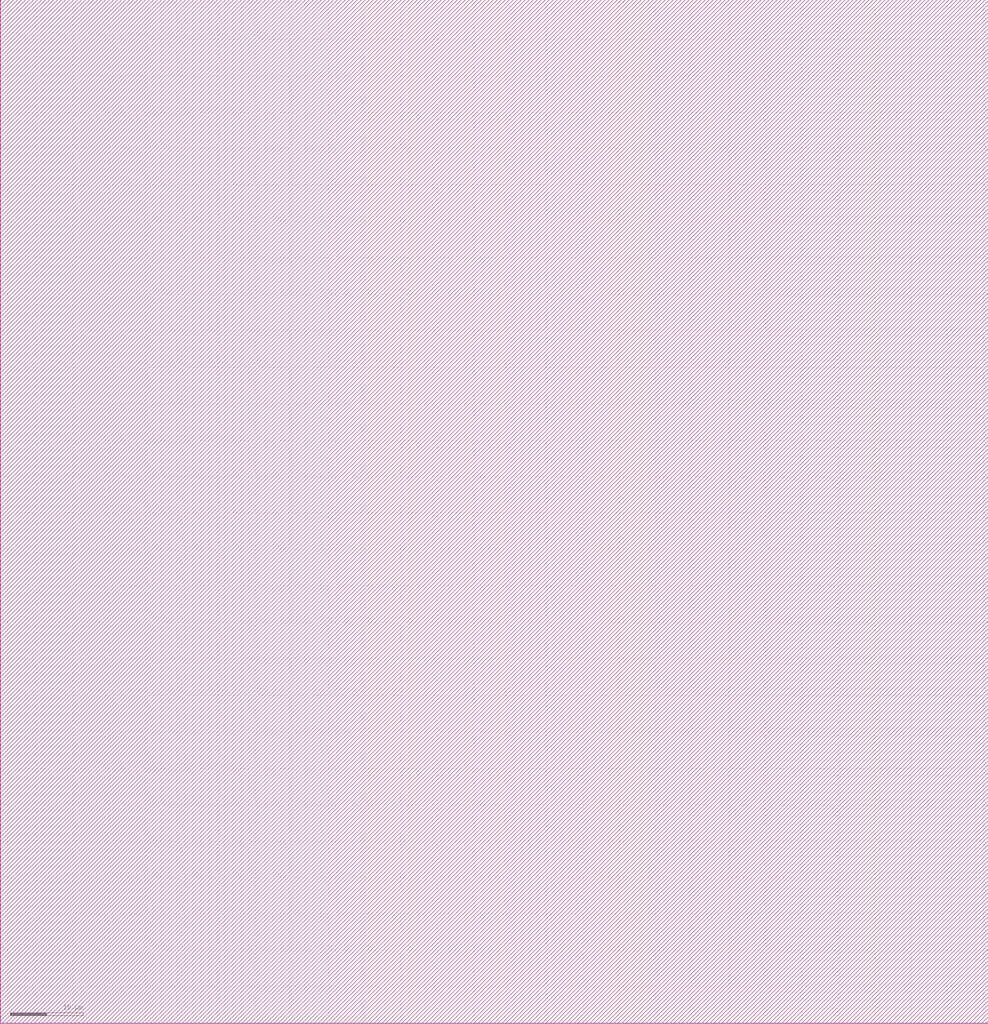
<source format=lef>
VERSION 5.6 ;

BUSBITCHARS "[]" ;

DIVIDERCHAR "/" ;

UNITS
    DATABASE MICRONS 1000 ;
END UNITS

MANUFACTURINGGRID 0.005000 ; 

CLEARANCEMEASURE EUCLIDEAN ; 

USEMINSPACING OBS ON ; 

SITE CoreSite
    CLASS CORE ;
    SIZE 0.600000 BY 0.300000 ;
END CoreSite

LAYER li
   TYPE ROUTING ;
   DIRECTION VERTICAL ;
   MINWIDTH 0.300000 ;
   AREA 0.056250 ;
   WIDTH 0.300000 ;
   SPACINGTABLE
      PARALLELRUNLENGTH 0.0
      WIDTH 0.0 0.225000 ;
   PITCH 0.600000 0.600000 ;
END li

LAYER mcon
    TYPE CUT ;
    SPACING 0.225000 ;
    WIDTH 0.300000 ;
    ENCLOSURE ABOVE 0.075000 0.075000 ;
    ENCLOSURE BELOW 0.000000 0.000000 ;
END mcon

LAYER met1
   TYPE ROUTING ;
   DIRECTION HORIZONTAL ;
   MINWIDTH 0.150000 ;
   AREA 0.084375 ;
   WIDTH 0.150000 ;
   SPACINGTABLE
      PARALLELRUNLENGTH 0.0
      WIDTH 0.0 0.150000 ;
   PITCH 0.300000 0.300000 ;
END met1

LAYER v1
    TYPE CUT ;
    SPACING 0.075000 ;
    WIDTH 0.300000 ;
    ENCLOSURE ABOVE 0.075000 0.075000 ;
    ENCLOSURE BELOW 0.075000 0.075000 ;
END v1

LAYER met2
   TYPE ROUTING ;
   DIRECTION VERTICAL ;
   MINWIDTH 0.150000 ;
   AREA 0.073125 ;
   WIDTH 0.150000 ;
   SPACINGTABLE
      PARALLELRUNLENGTH 0.0
      WIDTH 0.0 0.150000 ;
   PITCH 0.300000 0.300000 ;
END met2

LAYER v2
    TYPE CUT ;
    SPACING 0.150000 ;
    WIDTH 0.300000 ;
    ENCLOSURE ABOVE 0.075000 0.075000 ;
    ENCLOSURE BELOW 0.075000 0.000000 ;
END v2

LAYER met3
   TYPE ROUTING ;
   DIRECTION HORIZONTAL ;
   MINWIDTH 0.300000 ;
   AREA 0.241875 ;
   WIDTH 0.300000 ;
   SPACINGTABLE
      PARALLELRUNLENGTH 0.0
      WIDTH 0.0 0.300000 ;
   PITCH 0.600000 0.600000 ;
END met3

LAYER v3
    TYPE CUT ;
    SPACING 0.150000 ;
    WIDTH 0.450000 ;
    ENCLOSURE ABOVE 0.075000 0.075000 ;
    ENCLOSURE BELOW 0.075000 0.000000 ;
END v3

LAYER met4
   TYPE ROUTING ;
   DIRECTION VERTICAL ;
   MINWIDTH 0.300000 ;
   AREA 0.241875 ;
   WIDTH 0.300000 ;
   SPACINGTABLE
      PARALLELRUNLENGTH 0.0
      WIDTH 0.0 0.300000 ;
   PITCH 0.600000 0.600000 ;
END met4

LAYER v4
    TYPE CUT ;
    SPACING 0.450000 ;
    WIDTH 1.200000 ;
    ENCLOSURE ABOVE 0.150000 0.150000 ;
    ENCLOSURE BELOW 0.000000 0.000000 ;
END v4

LAYER met5
   TYPE ROUTING ;
   DIRECTION HORIZONTAL ;
   MINWIDTH 1.650000 ;
   AREA 4.005000 ;
   WIDTH 1.650000 ;
   SPACINGTABLE
      PARALLELRUNLENGTH 0.0
      WIDTH 0.0 1.650000 ;
   PITCH 3.300000 3.300000 ;
END met5

LAYER OVERLAP
   TYPE OVERLAP ;
END OVERLAP

VIA mcon_C DEFAULT
   LAYER li ;
     RECT -0.150000 -0.150000 0.150000 0.150000 ;
   LAYER mcon ;
     RECT -0.150000 -0.150000 0.150000 0.150000 ;
   LAYER met1 ;
     RECT -0.225000 -0.225000 0.225000 0.225000 ;
END mcon_C

VIA v1_C DEFAULT
   LAYER met1 ;
     RECT -0.225000 -0.225000 0.225000 0.225000 ;
   LAYER v1 ;
     RECT -0.150000 -0.150000 0.150000 0.150000 ;
   LAYER met2 ;
     RECT -0.225000 -0.225000 0.225000 0.225000 ;
END v1_C

VIA v2_C DEFAULT
   LAYER met2 ;
     RECT -0.150000 -0.225000 0.150000 0.225000 ;
   LAYER v2 ;
     RECT -0.150000 -0.150000 0.150000 0.150000 ;
   LAYER met3 ;
     RECT -0.225000 -0.225000 0.225000 0.225000 ;
END v2_C

VIA v2_Ch
   LAYER met2 ;
     RECT -0.225000 -0.150000 0.225000 0.150000 ;
   LAYER v2 ;
     RECT -0.150000 -0.150000 0.150000 0.150000 ;
   LAYER met3 ;
     RECT -0.225000 -0.225000 0.225000 0.225000 ;
END v2_Ch

VIA v2_Cv
   LAYER met2 ;
     RECT -0.150000 -0.225000 0.150000 0.225000 ;
   LAYER v2 ;
     RECT -0.150000 -0.150000 0.150000 0.150000 ;
   LAYER met3 ;
     RECT -0.225000 -0.225000 0.225000 0.225000 ;
END v2_Cv

VIA v3_C DEFAULT
   LAYER met3 ;
     RECT -0.300000 -0.225000 0.300000 0.225000 ;
   LAYER v3 ;
     RECT -0.225000 -0.225000 0.225000 0.225000 ;
   LAYER met4 ;
     RECT -0.300000 -0.300000 0.300000 0.300000 ;
END v3_C

VIA v3_Ch
   LAYER met3 ;
     RECT -0.300000 -0.225000 0.300000 0.225000 ;
   LAYER v3 ;
     RECT -0.225000 -0.225000 0.225000 0.225000 ;
   LAYER met4 ;
     RECT -0.300000 -0.300000 0.300000 0.300000 ;
END v3_Ch

VIA v3_Cv
   LAYER met3 ;
     RECT -0.300000 -0.225000 0.300000 0.225000 ;
   LAYER v3 ;
     RECT -0.225000 -0.225000 0.225000 0.225000 ;
   LAYER met4 ;
     RECT -0.300000 -0.300000 0.300000 0.300000 ;
END v3_Cv

VIA v4_C DEFAULT
   LAYER met4 ;
     RECT -0.600000 -0.600000 0.600000 0.600000 ;
   LAYER v4 ;
     RECT -0.600000 -0.600000 0.600000 0.600000 ;
   LAYER met5 ;
     RECT -0.750000 -0.750000 0.750000 0.750000 ;
END v4_C

MACRO _0_0std_0_0cells_0_0TIELOX1
    CLASS CORE ;
    FOREIGN _0_0std_0_0cells_0_0TIELOX1 0.000000 0.000000 ;
    ORIGIN 0.000000 0.000000 ;
    SIZE 2.400000 BY 3.000000 ;
    SYMMETRY X Y ;
    SITE CoreSite ;
    PIN Y
        DIRECTION OUTPUT ;
        USE SIGNAL ;
        PORT
        LAYER li ;
        RECT 0.600000 0.300000 0.900000 0.600000 ;
        END
        ANTENNADIFFAREA 0.168750 ;
    END Y
    PIN Vdd
        DIRECTION INPUT ;
        USE POWER ;
        PORT
        LAYER li ;
        RECT 0.600000 2.400000 0.900000 2.700000 ;
        END
        ANTENNADIFFAREA 0.281250 ;
    END Vdd
    PIN GND
        DIRECTION INPUT ;
        USE GROUND ;
        PORT
        LAYER li ;
        RECT 1.800000 2.400000 2.100000 2.700000 ;
        END
        ANTENNADIFFAREA 0.168750 ;
    END GND
END _0_0std_0_0cells_0_0TIELOX1

MACRO _0_0std_0_0cells_0_0NOR2X1
    CLASS CORE ;
    FOREIGN _0_0std_0_0cells_0_0NOR2X1 0.000000 0.000000 ;
    ORIGIN 0.000000 0.000000 ;
    SIZE 3.000000 BY 3.300000 ;
    SYMMETRY X Y ;
    SITE CoreSite ;
    PIN A
        DIRECTION INPUT ;
        USE SIGNAL ;
        PORT
        LAYER li ;
        RECT 0.600000 2.700000 0.900000 3.000000 ;
        END
        ANTENNAGATEAREA 0.236250 ;
    END A
    PIN B
        DIRECTION INPUT ;
        USE SIGNAL ;
        PORT
        LAYER li ;
        RECT 1.200000 2.700000 1.500000 3.000000 ;
        END
        ANTENNAGATEAREA 0.236250 ;
    END B
    PIN Y
        DIRECTION OUTPUT ;
        USE SIGNAL ;
        PORT
        LAYER li ;
        RECT 0.600000 0.300000 0.900000 0.600000 ;
        END
        ANTENNADIFFAREA 0.590625 ;
    END Y
    PIN Vdd
        DIRECTION INPUT ;
        USE POWER ;
        PORT
        LAYER li ;
        RECT 1.800000 2.700000 2.100000 3.000000 ;
        END
        ANTENNADIFFAREA 0.421875 ;
    END Vdd
    PIN GND
        DIRECTION INPUT ;
        USE GROUND ;
        PORT
        LAYER li ;
        RECT 2.400000 2.700000 2.700000 3.000000 ;
        END
        ANTENNADIFFAREA 0.337500 ;
    END GND
END _0_0std_0_0cells_0_0NOR2X1

MACRO _0_0cell_0_0ginvx0
    CLASS CORE ;
    FOREIGN _0_0cell_0_0ginvx0 0.000000 0.000000 ;
    ORIGIN 0.000000 0.000000 ;
    SIZE 2.400000 BY 6.000000 ;
    SYMMETRY X Y ;
    SITE CoreSite ;
    PIN in_50_6
        DIRECTION INPUT ;
        USE SIGNAL ;
        PORT
        LAYER li ;
        RECT 0.600000 5.400000 0.900000 5.700000 ;
        END
        ANTENNAGATEAREA 1.350000 ;
    END in_50_6
    PIN out
        DIRECTION OUTPUT ;
        USE SIGNAL ;
        PORT
        LAYER li ;
        RECT 0.600000 0.300000 0.900000 0.600000 ;
        END
        ANTENNADIFFAREA 2.250000 ;
    END out
    PIN Vdd
        DIRECTION INPUT ;
        USE POWER ;
        PORT
        LAYER li ;
        RECT 1.200000 5.400000 1.500000 5.700000 ;
        END
        ANTENNADIFFAREA 2.250000 ;
    END Vdd
    PIN GND
        DIRECTION INPUT ;
        USE GROUND ;
        PORT
        LAYER li ;
        RECT 1.800000 5.400000 2.100000 5.700000 ;
        END
        ANTENNADIFFAREA 0.562500 ;
    END GND
END _0_0cell_0_0ginvx0

MACRO _0_0std_0_0cells_0_0INVX1
    CLASS CORE ;
    FOREIGN _0_0std_0_0cells_0_0INVX1 0.000000 0.000000 ;
    ORIGIN 0.000000 0.000000 ;
    SIZE 2.400000 BY 2.700000 ;
    SYMMETRY X Y ;
    SITE CoreSite ;
    PIN A
        DIRECTION INPUT ;
        USE SIGNAL ;
        PORT
        LAYER li ;
        RECT 0.600000 2.100000 0.900000 2.400000 ;
        END
        ANTENNAGATEAREA 0.157500 ;
    END A
    PIN Y
        DIRECTION OUTPUT ;
        USE SIGNAL ;
        PORT
        LAYER li ;
        RECT 0.600000 0.300000 0.900000 0.600000 ;
        END
        ANTENNADIFFAREA 0.393750 ;
    END Y
    PIN Vdd
        DIRECTION INPUT ;
        USE POWER ;
        PORT
        LAYER li ;
        RECT 1.200000 2.100000 1.500000 2.400000 ;
        END
        ANTENNADIFFAREA 0.225000 ;
    END Vdd
    PIN GND
        DIRECTION INPUT ;
        USE GROUND ;
        PORT
        LAYER li ;
        RECT 1.800000 2.100000 2.100000 2.400000 ;
        END
        ANTENNADIFFAREA 0.168750 ;
    END GND
END _0_0std_0_0cells_0_0INVX1

MACRO _0_0std_0_0cells_0_0AND2X1
    CLASS CORE ;
    FOREIGN _0_0std_0_0cells_0_0AND2X1 0.000000 0.000000 ;
    ORIGIN 0.000000 0.000000 ;
    SIZE 3.000000 BY 3.000000 ;
    SYMMETRY X Y ;
    SITE CoreSite ;
    PIN A
        DIRECTION INPUT ;
        USE SIGNAL ;
        PORT
        LAYER li ;
        RECT 0.600000 2.400000 0.900000 2.700000 ;
        END
        ANTENNAGATEAREA 0.202500 ;
    END A
    PIN B
        DIRECTION INPUT ;
        USE SIGNAL ;
        PORT
        LAYER li ;
        RECT 1.200000 2.400000 1.500000 2.700000 ;
        END
        ANTENNAGATEAREA 0.202500 ;
    END B
    PIN Y
        DIRECTION OUTPUT ;
        USE SIGNAL ;
        PORT
        LAYER li ;
        RECT 0.600000 0.300000 0.900000 0.600000 ;
        END
        ANTENNADIFFAREA 0.393750 ;
    END Y
    PIN Vdd
        DIRECTION INPUT ;
        USE POWER ;
        PORT
        LAYER li ;
        RECT 1.800000 2.400000 2.100000 2.700000 ;
        END
        ANTENNADIFFAREA 0.450000 ;
    END Vdd
    PIN GND
        DIRECTION INPUT ;
        USE GROUND ;
        PORT
        LAYER li ;
        RECT 2.400000 2.400000 2.700000 2.700000 ;
        END
        ANTENNADIFFAREA 0.258750 ;
    END GND
END _0_0std_0_0cells_0_0AND2X1

MACRO _0_0std_0_0cells_0_0OR2X1
    CLASS CORE ;
    FOREIGN _0_0std_0_0cells_0_0OR2X1 0.000000 0.000000 ;
    ORIGIN 0.000000 0.000000 ;
    SIZE 3.000000 BY 3.300000 ;
    SYMMETRY X Y ;
    SITE CoreSite ;
    PIN A
        DIRECTION INPUT ;
        USE SIGNAL ;
        PORT
        LAYER li ;
        RECT 0.600000 2.700000 0.900000 3.000000 ;
        END
        ANTENNAGATEAREA 0.236250 ;
    END A
    PIN B
        DIRECTION INPUT ;
        USE SIGNAL ;
        PORT
        LAYER li ;
        RECT 1.200000 2.700000 1.500000 3.000000 ;
        END
        ANTENNAGATEAREA 0.236250 ;
    END B
    PIN Y
        DIRECTION OUTPUT ;
        USE SIGNAL ;
        PORT
        LAYER li ;
        RECT 0.600000 0.300000 0.900000 0.600000 ;
        END
        ANTENNADIFFAREA 0.393750 ;
    END Y
    PIN Vdd
        DIRECTION INPUT ;
        USE POWER ;
        PORT
        LAYER li ;
        RECT 1.800000 2.700000 2.100000 3.000000 ;
        END
        ANTENNADIFFAREA 0.382500 ;
    END Vdd
    PIN GND
        DIRECTION INPUT ;
        USE GROUND ;
        PORT
        LAYER li ;
        RECT 2.400000 2.700000 2.700000 3.000000 ;
        END
        ANTENNADIFFAREA 0.337500 ;
    END GND
END _0_0std_0_0cells_0_0OR2X1

MACRO _0_0std_0_0cells_0_0FAX1
    CLASS CORE ;
    FOREIGN _0_0std_0_0cells_0_0FAX1 0.000000 0.000000 ;
    ORIGIN 0.000000 0.000000 ;
    SIZE 10.800000 BY 6.600000 ;
    SYMMETRY X Y ;
    SITE CoreSite ;
    PIN A
        DIRECTION INPUT ;
        USE SIGNAL ;
        PORT
        LAYER li ;
        RECT 0.600000 6.000000 0.900000 6.300000 ;
        END
        ANTENNAGATEAREA 2.182500 ;
    END A
    PIN B
        DIRECTION INPUT ;
        USE SIGNAL ;
        PORT
        LAYER li ;
        RECT 3.000000 6.000000 3.300000 6.300000 ;
        END
        ANTENNAGATEAREA 2.137500 ;
    END B
    PIN C
        DIRECTION INPUT ;
        USE SIGNAL ;
        PORT
        LAYER li ;
        RECT 5.400000 6.000000 5.700000 6.300000 ;
        END
        ANTENNAGATEAREA 1.631250 ;
    END C
    PIN YC
        DIRECTION OUTPUT ;
        USE SIGNAL ;
        PORT
        LAYER li ;
        RECT 0.600000 0.300000 0.900000 0.600000 ;
        END
        ANTENNADIFFAREA 0.393750 ;
    END YC
    PIN YS
        DIRECTION OUTPUT ;
        USE SIGNAL ;
        PORT
        LAYER li ;
        RECT 5.400000 0.300000 5.700000 0.600000 ;
        END
        ANTENNADIFFAREA 0.393750 ;
    END YS
    PIN Vdd
        DIRECTION INPUT ;
        USE POWER ;
        PORT
        LAYER li ;
        RECT 7.800000 6.000000 8.100000 6.300000 ;
        END
        ANTENNADIFFAREA 4.365000 ;
    END Vdd
    PIN GND
        DIRECTION INPUT ;
        USE GROUND ;
        PORT
        LAYER li ;
        RECT 10.200000 6.000000 10.500000 6.300000 ;
        END
        ANTENNADIFFAREA 2.340000 ;
    END GND
END _0_0std_0_0cells_0_0FAX1

MACRO _0_0std_0_0cells_0_0LATCH
    CLASS CORE ;
    FOREIGN _0_0std_0_0cells_0_0LATCH 0.000000 0.000000 ;
    ORIGIN 0.000000 0.000000 ;
    SIZE 6.600000 BY 3.900000 ;
    SYMMETRY X Y ;
    SITE CoreSite ;
    PIN CLK
        DIRECTION INPUT ;
        USE SIGNAL ;
        PORT
        LAYER li ;
        RECT 0.600000 3.300000 0.900000 3.600000 ;
        END
        ANTENNAGATEAREA 0.506250 ;
    END CLK
    PIN D
        DIRECTION INPUT ;
        USE SIGNAL ;
        PORT
        LAYER li ;
        RECT 2.400000 3.300000 2.700000 3.600000 ;
        END
        ANTENNAGATEAREA 0.337500 ;
    END D
    PIN Q
        DIRECTION OUTPUT ;
        USE SIGNAL ;
        PORT
        LAYER li ;
        RECT 0.600000 0.300000 0.900000 0.600000 ;
        END
        ANTENNAGATEAREA 0.225000 ;
        ANTENNADIFFAREA 0.703125 ;
    END Q
    PIN Vdd
        DIRECTION INPUT ;
        USE POWER ;
        PORT
        LAYER li ;
        RECT 4.200000 3.300000 4.500000 3.600000 ;
        END
        ANTENNADIFFAREA 1.040625 ;
    END Vdd
    PIN GND
        DIRECTION INPUT ;
        USE GROUND ;
        PORT
        LAYER li ;
        RECT 6.000000 3.300000 6.300000 3.600000 ;
        END
        ANTENNADIFFAREA 0.675000 ;
    END GND
END _0_0std_0_0cells_0_0LATCH

MACRO _0_0cell_0_0gcelem3x0
    CLASS CORE ;
    FOREIGN _0_0cell_0_0gcelem3x0 0.000000 0.000000 ;
    ORIGIN 0.000000 0.000000 ;
    SIZE 6.600000 BY 4.200000 ;
    SYMMETRY X Y ;
    SITE CoreSite ;
    PIN in_50_6
        DIRECTION INPUT ;
        USE SIGNAL ;
        PORT
        LAYER li ;
        RECT 0.600000 3.600000 0.900000 3.900000 ;
        END
        ANTENNAGATEAREA 0.371250 ;
    END in_50_6
    PIN in_51_6
        DIRECTION INPUT ;
        USE SIGNAL ;
        PORT
        LAYER li ;
        RECT 1.800000 3.600000 2.100000 3.900000 ;
        END
        ANTENNAGATEAREA 0.371250 ;
    END in_51_6
    PIN in_52_6
        DIRECTION INPUT ;
        USE SIGNAL ;
        PORT
        LAYER li ;
        RECT 3.000000 3.600000 3.300000 3.900000 ;
        END
        ANTENNAGATEAREA 0.371250 ;
    END in_52_6
    PIN out
        DIRECTION OUTPUT ;
        USE SIGNAL ;
        PORT
        LAYER li ;
        RECT 0.600000 0.300000 0.900000 0.600000 ;
        END
        ANTENNAGATEAREA 0.360000 ;
        ANTENNADIFFAREA 0.945000 ;
    END out
    PIN Vdd
        DIRECTION INPUT ;
        USE POWER ;
        PORT
        LAYER li ;
        RECT 4.200000 3.600000 4.500000 3.900000 ;
        END
        ANTENNAGATEAREA 0.945000 ;
        ANTENNADIFFAREA 0.630000 ;
    END Vdd
    PIN GND
        DIRECTION INPUT ;
        USE GROUND ;
        PORT
        LAYER li ;
        RECT 5.400000 3.600000 5.700000 3.900000 ;
        END
        ANTENNAGATEAREA 0.472500 ;
        ANTENNADIFFAREA 0.540000 ;
    END GND
END _0_0cell_0_0gcelem3x0

MACRO _0_0std_0_0cells_0_0MUX2X1
    CLASS CORE ;
    FOREIGN _0_0std_0_0cells_0_0MUX2X1 0.000000 0.000000 ;
    ORIGIN 0.000000 0.000000 ;
    SIZE 6.000000 BY 3.600000 ;
    SYMMETRY X Y ;
    SITE CoreSite ;
    PIN A
        DIRECTION INPUT ;
        USE SIGNAL ;
        PORT
        LAYER li ;
        RECT 0.600000 3.000000 0.900000 3.300000 ;
        END
        ANTENNAGATEAREA 0.281250 ;
    END A
    PIN B
        DIRECTION INPUT ;
        USE SIGNAL ;
        PORT
        LAYER li ;
        RECT 1.800000 3.000000 2.100000 3.300000 ;
        END
        ANTENNAGATEAREA 0.281250 ;
    END B
    PIN S
        DIRECTION INPUT ;
        USE SIGNAL ;
        PORT
        LAYER li ;
        RECT 3.000000 3.000000 3.300000 3.300000 ;
        END
        ANTENNAGATEAREA 0.438750 ;
    END S
    PIN Y
        DIRECTION OUTPUT ;
        USE SIGNAL ;
        PORT
        LAYER li ;
        RECT 0.600000 0.300000 0.900000 0.600000 ;
        END
        ANTENNADIFFAREA 1.406250 ;
    END Y
    PIN Vdd
        DIRECTION INPUT ;
        USE POWER ;
        PORT
        LAYER li ;
        RECT 4.200000 3.000000 4.500000 3.300000 ;
        END
        ANTENNADIFFAREA 0.804375 ;
    END Vdd
    PIN GND
        DIRECTION INPUT ;
        USE GROUND ;
        PORT
        LAYER li ;
        RECT 5.400000 3.000000 5.700000 3.300000 ;
        END
        ANTENNADIFFAREA 0.607500 ;
    END GND
END _0_0std_0_0cells_0_0MUX2X1

MACRO _0_0cell_0_0g0n1n2naa_012aox0
    CLASS CORE ;
    FOREIGN _0_0cell_0_0g0n1n2naa_012aox0 0.000000 0.000000 ;
    ORIGIN 0.000000 0.000000 ;
    SIZE 9.000000 BY 3.000000 ;
    SYMMETRY X Y ;
    SITE CoreSite ;
    PIN in_50_6
        DIRECTION INPUT ;
        USE SIGNAL ;
        PORT
        LAYER li ;
        RECT 0.600000 2.400000 0.900000 2.700000 ;
        END
        ANTENNAGATEAREA 0.180000 ;
    END in_50_6
    PIN in_51_6
        DIRECTION INPUT ;
        USE SIGNAL ;
        PORT
        LAYER li ;
        RECT 2.400000 2.400000 2.700000 2.700000 ;
        END
        ANTENNAGATEAREA 0.180000 ;
    END in_51_6
    PIN in_52_6
        DIRECTION INPUT ;
        USE SIGNAL ;
        PORT
        LAYER li ;
        RECT 4.200000 2.400000 4.500000 2.700000 ;
        END
        ANTENNAGATEAREA 0.180000 ;
    END in_52_6
    PIN out
        DIRECTION OUTPUT ;
        USE SIGNAL ;
        PORT
        LAYER li ;
        RECT 0.600000 0.300000 0.900000 0.600000 ;
        END
        ANTENNAGATEAREA 0.360000 ;
        ANTENNADIFFAREA 0.731250 ;
    END out
    PIN Vdd
        DIRECTION INPUT ;
        USE POWER ;
        PORT
        LAYER li ;
        RECT 6.000000 2.400000 6.300000 2.700000 ;
        END
        ANTENNAGATEAREA 1.755000 ;
        ANTENNADIFFAREA 0.731250 ;
    END Vdd
    PIN GND
        DIRECTION INPUT ;
        USE GROUND ;
        PORT
        LAYER li ;
        RECT 7.800000 2.400000 8.100000 2.700000 ;
        END
        ANTENNAGATEAREA 0.810000 ;
        ANTENNADIFFAREA 0.506250 ;
    END GND
END _0_0cell_0_0g0n1n2naa_012aox0

MACRO welltap_svt
    CLASS CORE WELLTAP ;
    FOREIGN welltap_svt 0.000000 0.000000 ;
    ORIGIN 0.000000 0.000000 ;
    SIZE 1.200000 BY 2.100000 ;
    SYMMETRY X Y ;
    SITE CoreSite ;
    PIN Vdd
        DIRECTION INPUT ;
        USE POWER ;
        PORT
        LAYER li ;
        RECT 0.600000 1.500000 0.900000 1.800000 ;
        END
    END Vdd
    PIN GND
        DIRECTION INPUT ;
        USE GROUND ;
        PORT
        LAYER li ;
        RECT 0.600000 0.300000 0.900000 0.600000 ;
        END
    END GND
END welltap_svt

MACRO circuitppnp
   CLASS CORE ;
   FOREIGN circuitppnp 0.000000 0.000000 ;
   ORIGIN 0.000000 0.000000 ; 
   SIZE 135.600000 BY 140.400000 ; 
   SYMMETRY X Y ;
   SITE CoreSite ;
END circuitppnp

MACRO circuitwell
   CLASS CORE ;
   FOREIGN circuitwell 0.000000 0.000000 ;
   ORIGIN 0.000000 0.000000 ; 
   SIZE 135.600000 BY 140.400000 ; 
   SYMMETRY X Y ;
   SITE CoreSite ;
END circuitwell


</source>
